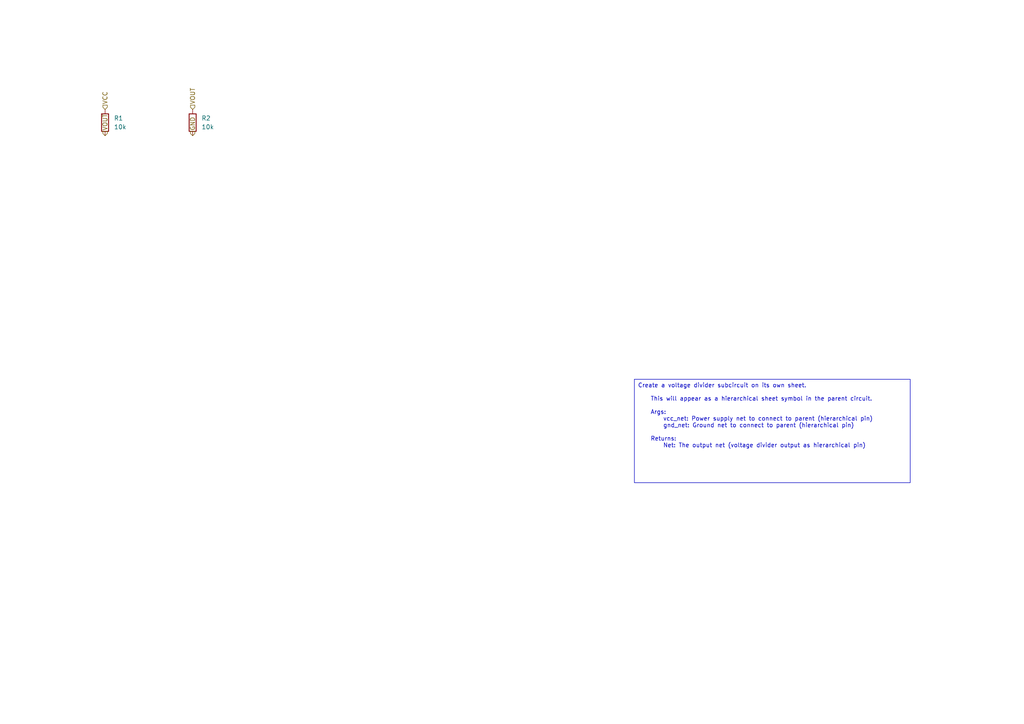
<source format=kicad_sch>
(kicad_sch (version 20250114) (generator "circuit_synth") (generator_version "0.8.36")
  (paper "A4")
  (title_block (title "voltage_divider_instances"))
  (lib_symbols
    (symbol "Device:R" (pin_numbers (hide yes)) (pin_names (offset 0))
      (property "Reference" "R" (at 2.032 0 90))
      (property "Value" "R" (at 0 0 90))
      (symbol "R_0_1"
        (rectangle (start -1.016 -2.54) (end 1.016 2.54) (stroke (width 0.254)))
      )
      (symbol "R_1_1"
        (pin passive line (at 0 3.81 270) (length 1.27) (name "~") (number "1"))
        (pin passive line (at 0 -3.81 90) (length 1.27) (name "~") (number "2"))
      )
    )
  )
  (symbol (lib_id "Device:R") (at 30.48 35.56 0) (unit 1)
    (property "Reference" "R1" (at 33.02 34.2899 0) (effects (justify left)))
    (property "Value" "10k" (at 33.02 36.8299 0) (effects (justify left)))
    (property "Footprint" "Resistor_SMD:R_0603_1608Metric" (effects (hide yes)))
    (property "hierarchy_path" "/574d216c-e794-44e1-9c80-a3f34419c043/4aec0fde-8d20-493d-b0ce-3fbf8a02322c" (effects (hide yes)))
    (property "project_name" "voltage_divider_instances" (effects (hide yes)))
    (property "root_uuid" "574d216c-e794-44e1-9c80-a3f34419c043" (effects (hide yes)))
  )
  (symbol (lib_id "Device:R") (at 55.88 35.56 0) (unit 1)
    (property "Reference" "R2" (at 58.42 34.2899 0) (effects (justify left)))
    (property "Value" "10k" (at 58.42 36.8299 0) (effects (justify left)))
    (property "Footprint" "Resistor_SMD:R_0603_1608Metric" (effects (hide yes)))
    (property "hierarchy_path" "/574d216c-e794-44e1-9c80-a3f34419c043/4aec0fde-8d20-493d-b0ce-3fbf8a02322c" (effects (hide yes)))
    (property "project_name" "voltage_divider_instances" (effects (hide yes)))
    (property "root_uuid" "574d216c-e794-44e1-9c80-a3f34419c043" (effects (hide yes)))
  )
  (hierarchical_label "VCC" (shape input) (at 30.48 31.75 90))
  (hierarchical_label "VOUT" (shape input) (at 30.48 39.37 270))
  (hierarchical_label "VOUT" (shape input) (at 55.88 31.75 90))
  (hierarchical_label "GND" (shape input) (at 55.88 39.37 270))
  (text_box "Create a voltage divider subcircuit on its own sheet.\n\n    This will appear as a hierarchical sheet symbol in the parent circuit.\n\n    Args:\n        vcc_net: Power supply net to connect to parent (hierarchical pin)\n        gnd_net: Ground net to connect to parent (hierarchical pin)\n\n    Returns:\n        Net: The output net (voltage divider output as hierarchical pin)" (at 184 110 0) (size 80 30) (margins 1 1 1 1) (effects (font (size 1.2 1.2)) (justify left top)))
)
</source>
